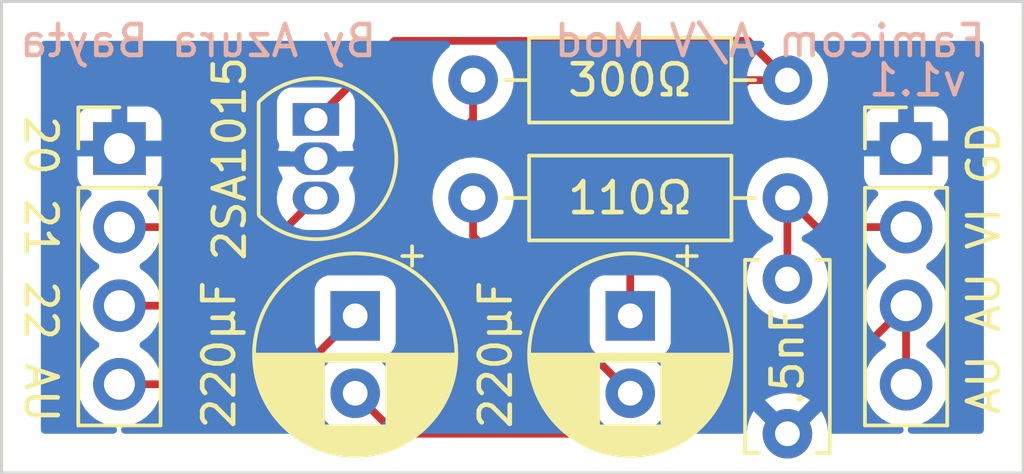
<source format=kicad_pcb>
(kicad_pcb (version 20211014) (generator pcbnew)
  (layers (0 "F.Cu" signal) (31 "B.Cu" signal) (34 "B.Paste" user) (35 "F.Paste" user) (36 "B.SilkS" user "B.Silkscreen") (37 "F.SilkS" user "F.Silkscreen") (38 "B.Mask" user) (39 "F.Mask" user) (44 "Edge.Cuts" user))
  (net 0 "")
  (net 1 "Net-(C1-Pad2)")
  (net 2 "Net-(C2-Pad2)")
  (net 3 "Net-(R2-Pad2)")
  (net 4 "Net-(C1-Pad1)")
  (net 5 "Net-(C2-Pad1)")
  (net 6 "Net-(J2-Pad1)")
  (net 7 "Net-(Q1-Pad3)")
  (net 8 "Net-(R1-Pad1)")
  (footprint "Capacitor_THT:C_Disc_D6.0mm_W2.5mm_P5.00mm" (layer "F.Cu") (at 110.49 60.96 90)
    (fp_text reference "REF**" hide)
    (fp_text value ".5nF" (at 2.5 0 90) (layer "F.SilkS"))
    (fp_line (start -0.62 -1.37) (end -0.62 -0.925) (layer "F.SilkS") (width 0.12))
    (fp_line (start -0.62 1.37) (end 5.62 1.37) (layer "F.SilkS") (width 0.12))
    (fp_line (start -0.62 -1.37) (end 5.62 -1.37) (layer "F.SilkS") (width 0.12))
    (fp_line (start 5.62 0.925) (end 5.62 1.37) (layer "F.SilkS") (width 0.12))
    (fp_line (start -0.62 0.925) (end -0.62 1.37) (layer "F.SilkS") (width 0.12))
    (fp_line (start 5.62 -1.37) (end 5.62 -0.925) (layer "F.SilkS") (width 0.12))
    (pad "1" thru_hole circle (at 0 0 90) (size 1.6 1.6) (drill 0.8) (layers *.Cu *.Mask) (net 6 "Net-(J2-Pad1)"))
    (pad "2" thru_hole circle (at 5 0 90) (size 1.6 1.6) (drill 0.8) (layers *.Cu *.Mask) (net 3 "Net-(R2-Pad2)"))
  )
  (footprint "Connector_PinHeader_2.54mm:PinHeader_1x04_P2.54mm_Vertical" (layer "F.Cu") (at 114.325 51.74)
    (fp_text reference "J2" hide)
    (fp_text value "Conn_01x04" hide)
    (fp_line (start -1.33 1.27) (end 1.33 1.27) (layer "F.SilkS") (width 0.12))
    (fp_line (start -1.33 0) (end -1.33 -1.33) (layer "F.SilkS") (width 0.12))
    (fp_line (start -1.33 8.95) (end 1.33 8.95) (layer "F.SilkS") (width 0.12))
    (fp_line (start -1.33 1.27) (end -1.33 8.95) (layer "F.SilkS") (width 0.12))
    (fp_line (start 1.33 1.27) (end 1.33 8.95) (layer "F.SilkS") (width 0.12))
    (fp_line (start -1.33 -1.33) (end 0 -1.33) (layer "F.SilkS") (width 0.12))
    (pad "1" thru_hole rect (at 0 0) (size 1.7 1.7) (drill 1) (layers *.Cu *.Mask) (net 6 "Net-(J2-Pad1)"))
    (pad "2" thru_hole oval (at 0 2.54) (size 1.7 1.7) (drill 1) (layers *.Cu *.Mask) (net 3 "Net-(R2-Pad2)"))
    (pad "3" thru_hole oval (at 0 5.08) (size 1.7 1.7) (drill 1) (layers *.Cu *.Mask) (net 2 "Net-(C2-Pad2)"))
    (pad "4" thru_hole oval (at 0 7.62) (size 1.7 1.7) (drill 1) (layers *.Cu *.Mask) (net 2 "Net-(C2-Pad2)"))
  )
  (footprint "Connector_PinHeader_2.54mm:PinHeader_1x04_P2.54mm_Vertical" (layer "F.Cu") (at 88.9 51.74)
    (fp_text reference "J1" hide)
    (fp_text value "Conn_01x04" hide)
    (fp_line (start -1.33 1.27) (end 1.33 1.27) (layer "F.SilkS") (width 0.12))
    (fp_line (start -1.33 -1.33) (end 0 -1.33) (layer "F.SilkS") (width 0.12))
    (fp_line (start -1.33 8.95) (end 1.33 8.95) (layer "F.SilkS") (width 0.12))
    (fp_line (start -1.33 0) (end -1.33 -1.33) (layer "F.SilkS") (width 0.12))
    (fp_line (start 1.33 1.27) (end 1.33 8.95) (layer "F.SilkS") (width 0.12))
    (fp_line (start -1.33 1.27) (end -1.33 8.95) (layer "F.SilkS") (width 0.12))
    (pad "1" thru_hole rect (at 0 0) (size 1.7 1.7) (drill 1) (layers *.Cu *.Mask) (net 6 "Net-(J2-Pad1)"))
    (pad "2" thru_hole oval (at 0 2.54) (size 1.7 1.7) (drill 1) (layers *.Cu *.Mask) (net 7 "Net-(Q1-Pad3)"))
    (pad "3" thru_hole oval (at 0 5.08) (size 1.7 1.7) (drill 1) (layers *.Cu *.Mask) (net 8 "Net-(R1-Pad1)"))
    (pad "4" thru_hole oval (at 0 7.62) (size 1.7 1.7) (drill 1) (layers *.Cu *.Mask) (net 5 "Net-(C2-Pad1)"))
  )
  (footprint "Package_TO_SOT_THT:TO-92_Inline" (layer "F.Cu") (at 95.25 50.8 -90)
    (fp_text reference "Q1" hide)
    (fp_text value "2SA1015" (at 1.27 2.79 90) (layer "F.SilkS"))
    (fp_line (start -0.53 1.85) (end 3.07 1.85) (layer "F.SilkS") (width 0.12))
    (fp_arc (start -0.568478 1.838478) (mid -1.132087 -0.994977) (end 1.27 -2.6) (layer "F.SilkS") (width 0.12))
    (fp_arc (start 1.27 -2.6) (mid 3.672087 -0.994977) (end 3.108478 1.838478) (layer "F.SilkS") (width 0.12))
    (pad "1" thru_hole rect (at 0 0 270) (size 1.05 1.5) (drill 0.75) (layers *.Cu *.Mask) (net 4 "Net-(C1-Pad1)"))
    (pad "2" thru_hole oval (at 1.27 0 270) (size 1.05 1.5) (drill 0.75) (layers *.Cu *.Mask) (net 6 "Net-(J2-Pad1)"))
    (pad "3" thru_hole oval (at 2.54 0 270) (size 1.05 1.5) (drill 0.75) (layers *.Cu *.Mask) (net 7 "Net-(Q1-Pad3)"))
  )
  (footprint "Resistor_THT:R_Axial_DIN0207_L6.3mm_D2.5mm_P10.16mm_Horizontal" (layer "F.Cu") (at 100.33 49.53)
    (fp_text reference "R1" hide)
    (fp_text value "300" hide)
    (fp_line (start 1.04 0) (end 1.81 0) (layer "F.SilkS") (width 0.12))
    (fp_line (start 8.35 -1.37) (end 1.81 -1.37) (layer "F.SilkS") (width 0.12))
    (fp_line (start 8.35 1.37) (end 8.35 -1.37) (layer "F.SilkS") (width 0.12))
    (fp_line (start 1.81 1.37) (end 8.35 1.37) (layer "F.SilkS") (width 0.12))
    (fp_line (start 1.81 -1.37) (end 1.81 1.37) (layer "F.SilkS") (width 0.12))
    (fp_line (start 9.12 0) (end 8.35 0) (layer "F.SilkS") (width 0.12))
    (pad "1" thru_hole circle (at 0 0) (size 1.6 1.6) (drill 0.8) (layers *.Cu *.Mask) (net 8 "Net-(R1-Pad1)"))
    (pad "2" thru_hole oval (at 10.16 0) (size 1.6 1.6) (drill 0.8) (layers *.Cu *.Mask) (net 4 "Net-(C1-Pad1)"))
  )
  (footprint "Resistor_THT:R_Axial_DIN0207_L6.3mm_D2.5mm_P10.16mm_Horizontal" (layer "F.Cu") (at 100.33 53.34)
    (fp_text reference "R2" hide)
    (fp_text value "110" hide)
    (fp_line (start 1.81 -1.37) (end 1.81 1.37) (layer "F.SilkS") (width 0.12))
    (fp_line (start 1.81 1.37) (end 8.35 1.37) (layer "F.SilkS") (width 0.12))
    (fp_line (start 1.04 0) (end 1.81 0) (layer "F.SilkS") (width 0.12))
    (fp_line (start 9.12 0) (end 8.35 0) (layer "F.SilkS") (width 0.12))
    (fp_line (start 8.35 1.37) (end 8.35 -1.37) (layer "F.SilkS") (width 0.12))
    (fp_line (start 8.35 -1.37) (end 1.81 -1.37) (layer "F.SilkS") (width 0.12))
    (pad "1" thru_hole circle (at 0 0) (size 1.6 1.6) (drill 0.8) (layers *.Cu *.Mask) (net 1 "Net-(C1-Pad2)"))
    (pad "2" thru_hole oval (at 10.16 0) (size 1.6 1.6) (drill 0.8) (layers *.Cu *.Mask) (net 3 "Net-(R2-Pad2)"))
  )
  (footprint "Capacitor_THT:CP_Radial_D6.3mm_P2.50mm" (layer "F.Cu") (at 96.52 57.15 -90)
    (fp_text reference "C2" hide)
    (fp_text value "220µF" (at 1.25 4.4 90) (layer "F.SilkS"))
    (fp_line (start 2.771 1.04) (end 2.771 2.856) (layer "F.SilkS") (width 0.12))
    (fp_line (start 1.33 -3.23) (end 1.33 3.23) (layer "F.SilkS") (width 0.12))
    (fp_line (start 3.931 -1.834) (end 3.931 1.834) (layer "F.SilkS") (width 0.12))
    (fp_line (start 1.49 -3.222) (end 1.49 -1.04) (layer "F.SilkS") (width 0.12))
    (fp_line (start 1.93 1.04) (end 1.93 3.159) (layer "F.SilkS") (width 0.12))
    (fp_line (start 2.451 -3.002) (end 2.451 -1.04) (layer "F.SilkS") (width 0.12))
    (fp_line (start 4.091 -1.581) (end 4.091 1.581) (layer "F.SilkS") (width 0.12))
    (fp_line (start 2.691 1.04) (end 2.691 2.896) (layer "F.SilkS") (width 0.12))
    (fp_line (start 2.891 1.04) (end 2.891 2.79) (layer "F.SilkS") (width 0.12))
    (fp_line (start 1.29 -3.23) (end 1.29 3.23) (layer "F.SilkS") (width 0.12))
    (fp_line (start 1.971 -3.15) (end 1.971 -1.04) (layer "F.SilkS") (width 0.12))
    (fp_line (start 3.011 1.04) (end 3.011 2.716) (layer "F.SilkS") (width 0.12))
    (fp_line (start 1.89 -3.167) (end 1.89 -1.04) (layer "F.SilkS") (width 0.12))
    (fp_line (start 2.411 -3.018) (end 2.411 -1.04) (layer "F.SilkS") (width 0.12))
    (fp_line (start 3.571 -2.265) (end 3.571 2.265) (layer "F.SilkS") (width 0.12))
    (fp_line (start 2.011 -3.141) (end 2.011 -1.04) (layer "F.SilkS") (width 0.12))
    (fp_line (start 2.091 1.04) (end 2.091 3.121) (layer "F.SilkS") (width 0.12))
    (fp_line (start 1.53 -3.218) (end 1.53 -1.04) (layer "F.SilkS") (width 0.12))
    (fp_line (start 1.89 1.04) (end 1.89 3.167) (layer "F.SilkS") (width 0.12))
    (fp_line (start 4.331 -1.059) (end 4.331 1.059) (layer "F.SilkS") (width 0.12))
    (fp_line (start 4.011 -1.714) (end 4.011 1.714) (layer "F.SilkS") (width 0.12))
    (fp_line (start 1.57 -3.215) (end 1.57 -1.04) (layer "F.SilkS") (width 0.12))
    (fp_line (start 2.491 -2.986) (end 2.491 -1.04) (layer "F.SilkS") (width 0.12))
    (fp_line (start 1.61 -3.211) (end 1.61 -1.04) (layer "F.SilkS") (width 0.12))
    (fp_line (start 1.69 1.04) (end 1.69 3.201) (layer "F.SilkS") (width 0.12))
    (fp_line (start 4.291 -1.165) (end 4.291 1.165) (layer "F.SilkS") (width 0.12))
    (fp_line (start 3.491 1.04) (end 3.491 2.343) (layer "F.SilkS") (width 0.12))
    (fp_line (start 2.451 1.04) (end 2.451 3.002) (layer "F.SilkS") (width 0.12))
    (fp_line (start 1.41 -3.227) (end 1.41 3.227) (layer "F.SilkS") (width 0.12))
    (fp_line (start 2.811 -2.834) (end 2.811 -1.04) (layer "F.SilkS") (width 0.12))
    (fp_line (start 1.25 -3.23) (end 1.25 3.23) (layer "F.SilkS") (width 0.12))
    (fp_line (start 2.651 1.04) (end 2.651 2.916) (layer "F.SilkS") (width 0.12))
    (fp_line (start 2.851 1.04) (end 2.851 2.812) (layer "F.SilkS") (width 0.12))
    (fp_line (start 2.771 -2.856) (end 2.771 -1.04) (layer "F.SilkS") (width 0.12))
    (fp_line (start 3.451 1.04) (end 3.451 2.38) (layer "F.SilkS") (width 0.12))
    (fp_line (start 2.971 -2.742) (end 2.971 -1.04) (layer "F.SilkS") (width 0.12))
    (fp_line (start 2.691 -2.896) (end 2.691 -1.04) (layer "F.SilkS") (width 0.12))
    (fp_line (start 3.211 -2.578) (end 3.211 -1.04) (layer "F.SilkS") (width 0.12))
    (fp_line (start 3.171 -2.607) (end 3.171 -1.04) (layer "F.SilkS") (width 0.12))
    (fp_line (start 4.491 -0.402) (end 4.491 0.402) (layer "F.SilkS") (width 0.12))
    (fp_line (start 4.051 -1.65) (end 4.051 1.65) (layer "F.SilkS") (width 0.12))
    (fp_line (start 4.251 -1.262) (end 4.251 1.262) (layer "F.SilkS") (width 0.12))
    (fp_line (start 2.131 -3.11) (end 2.131 -1.04) (layer "F.SilkS") (width 0.12))
    (fp_line (start 1.971 1.04) (end 1.971 3.15) (layer "F.SilkS") (width 0.12))
    (fp_line (start 3.131 -2.636) (end 3.131 -1.04) (layer "F.SilkS") (width 0.12))
    (fp_line (start 2.211 1.04) (end 2.211 3.086) (layer "F.SilkS") (width 0.12))
    (fp_line (start 2.331 1.04) (end 2.331 3.047) (layer "F.SilkS") (width 0.12))
    (fp_line (start 2.091 -3.121) (end 2.091 -1.04) (layer "F.SilkS") (width 0.12))
    (fp_line (start 3.051 1.04) (end 3.051 2.69) (layer "F.SilkS") (width 0.12))
    (fp_line (start 2.051 -3.131) (end 2.051 -1.04) (layer "F.SilkS") (width 0.12))
    (fp_line (start 3.171 1.04) (end 3.171 2.607) (layer "F.SilkS") (width 0.12))
    (fp_line (start 2.371 -3.033) (end 2.371 -1.04) (layer "F.SilkS") (width 0.12))
    (fp_line (start 2.251 -3.074) (end 2.251 -1.04) (layer "F.SilkS") (width 0.12))
    (fp_line (start 3.731 -2.092) (end 3.731 2.092) (layer "F.SilkS") (width 0.12))
    (fp_line (start 3.051 -2.69) (end 3.051 -1.04) (layer "F.SilkS") (width 0.12))
    (fp_line (start 3.291 1.04) (end 3.291 2.516) (layer "F.SilkS") (width 0.12))
    (fp_line (start 3.531 -2.305) (end 3.531 -1.04) (layer "F.SilkS") (width 0.12))
    (fp_line (start 3.331 1.04) (end 3.331 2.484) (layer "F.SilkS") (width 0.12))
    (fp_line (start 3.371 -2.45) (end 3.371 -1.04) (layer "F.SilkS") (width 0.12))
    (fp_line (start 4.411 -0.802) (end 4.411 0.802) (layer "F.SilkS") (width 0.12))
    (fp_line (start 3.691 -2.137) (end 3.691 2.137) (layer "F.SilkS") (width 0.12))
    (fp_line (start 3.091 1.04) (end 3.091 2.664) (layer "F.SilkS") (width 0.12))
    (fp_line (start 1.45 -3.224) (end 1.45 3.224) (layer "F.SilkS") (width 0.12))
    (fp_line (start 3.811 -1.995) (end 3.811 1.995) (layer "F.SilkS") (width 0.12))
    (fp_line (start -2.250241 -1.839) (end -1.620241 -1.839) (layer "F.SilkS") (width 0.12))
    (fp_line (start 1.57 1.04) (end 1.57 3.215) (layer "F.SilkS") (width 0.12))
    (fp_line (start 2.891 -2.79) (end 2.891 -1.04) (layer "F.SilkS") (width 0.12))
    (fp_line (start 4.451 -0.633) (end 4.451 0.633) (layer "F.SilkS") (width 0.12))
    (fp_line (start 2.411 1.04) (end 2.411 3.018) (layer "F.SilkS") (width 0.12))
    (fp_line (start 1.65 1.04) (end 1.65 3.206) (layer "F.SilkS") (width 0.12))
    (fp_line (start 1.85 -3.175) (end 1.85 -1.04) (layer "F.SilkS") (width 0.12))
    (fp_line (start 1.61 1.04) (end 1.61 3.211) (layer "F.SilkS") (width 0.12))
    (fp_line (start 2.811 1.04) (end 2.811 2.834) (layer "F.SilkS") (width 0.12))
    (fp_line (start 3.451 -2.38) (end 3.451 -1.04) (layer "F.SilkS") (width 0.12))
    (fp_line (start 2.531 -2.97) (end 2.531 -1.04) (layer "F.SilkS") (width 0.12))
    (fp_line (start 2.011 1.04) (end 2.011 3.141) (layer "F.SilkS") (width 0.12))
    (fp_line (start 3.011 -2.716) (end 3.011 -1.04) (layer "F.SilkS") (width 0.12))
    (fp_line (start 3.971 -1.776) (end 3.971 1.776) (layer "F.SilkS") (width 0.12))
    (fp_line (start 1.77 1.04) (end 1.77 3.189) (layer "F.SilkS") (width 0.12))
    (fp_line (start 3.651 -2.182) (end 3.651 2.182) (layer "F.SilkS") (width 0.12))
    (fp_line (start 3.091 -2.664) (end 3.091 -1.04) (layer "F.SilkS") (width 0.12))
    (fp_line (start 1.37 -3.228) (end 1.37 3.228) (layer "F.SilkS") (width 0.12))
    (fp_line (start 3.851 -1.944) (end 3.851 1.944) (layer "F.SilkS") (width 0.12))
    (fp_line (start 3.251 -2.548) (end 3.251 -1.04) (layer "F.SilkS") (width 0.12))
    (fp_line (start 3.411 -2.416) (end 3.411 -1.04) (layer "F.SilkS") (width 0.12))
    (fp_line (start 2.131 1.04) (end 2.131 3.11) (layer "F.SilkS") (width 0.12))
    (fp_line (start 2.171 -3.098) (end 2.171 -1.04) (layer "F.SilkS") (width 0.12))
    (fp_line (start 2.931 -2.766) (end 2.931 -1.04) (layer "F.SilkS") (width 0.12))
    (fp_line (start 2.731 -2.876) (end 2.731 -1.04) (layer "F.SilkS") (width 0.12))
    (fp_line (start 3.331 -2.484) (end 3.331 -1.04) (layer "F.SilkS") (width 0.12))
    (fp_line (start -1.935241 -2.154) (end -1.935241 -1.524) (layer "F.SilkS") (width 0.12))
    (fp_line (start 2.491 1.04) (end 2.491 2.986) (layer "F.SilkS") (width 0.12))
    (fp_line (start 1.69 -3.201) (end 1.69 -1.04) (layer "F.SilkS") (width 0.12))
    (fp_line (start 1.73 -3.195) (end 1.73 -1.04) (layer "F.SilkS") (width 0.12))
    (fp_line (start 3.891 -1.89) (end 3.891 1.89) (layer "F.SilkS") (width 0.12))
    (fp_line (start 4.171 -1.432) (end 4.171 1.432) (layer "F.SilkS") (width 0.12))
    (fp_line (start 1.77 -3.189) (end 1.77 -1.04) (layer "F.SilkS") (width 0.12))
    (fp_line (start 2.611 1.04) (end 2.611 2.934) (layer "F.SilkS") (width 0.12))
    (fp_line (start 2.051 1.04) (end 2.051 3.131) (layer "F.SilkS") (width 0.12))
    (fp_line (start 2.731 1.04) (end 2.731 2.876) (layer "F.SilkS") (width 0.12))
    (fp_line (start 2.611 -2.934) (end 2.611 -1.04) (layer "F.SilkS") (width 0.12))
    (fp_line (start 4.131 -1.509) (end 4.131 1.509) (layer "F.SilkS") (width 0.12))
    (fp_line (start 3.611 -2.224) (end 3.611 2.224) (layer "F.SilkS") (width 0.12))
    (fp_line (start 2.211 -3.086) (end 2.211 -1.04) (layer "F.SilkS") (width 0.12))
    (fp_line (start 2.931 1.04) (end 2.931 2.766) (layer "F.SilkS") (width 0.12))
    (fp_line (start 3.211 1.04) (end 3.211 2.578) (layer "F.SilkS") (width 0.12))
    (fp_line (start 1.93 -3.159) (end 1.93 -1.04) (layer "F.SilkS") (width 0.12))
    (fp_line (start 3.491 -2.343) (end 3.491 -1.04) (layer "F.SilkS") (width 0.12))
    (fp_line (start 2.851 -2.812) (end 2.851 -1.04) (layer "F.SilkS") (width 0.12))
    (fp_line (start 3.771 -2.044) (end 3.771 2.044) (layer "F.SilkS") (width 0.12))
    (fp_line (start 1.81 -3.182) (end 1.81 -1.04) (layer "F.SilkS") (width 0.12))
    (fp_line (start 3.291 -2.516) (end 3.291 -1.04) (layer "F.SilkS") (width 0.12))
    (fp_line (start 3.531 1.04) (end 3.531 2.305) (layer "F.SilkS") (width 0.12))
    (fp_line (start 3.251 1.04) (end 3.251 2.548) (layer "F.SilkS") (width 0.12))
    (fp_line (start 4.211 -1.35) (end 4.211 1.35) (layer "F.SilkS") (width 0.12))
    (fp_line (start 2.291 1.04) (end 2.291 3.061) (layer "F.SilkS") (width 0.12))
    (fp_line (start 1.65 -3.206) (end 1.65 -1.04) (layer "F.SilkS") (width 0.12))
    (fp_line (start 2.971 1.04) (end 2.971 2.742) (layer "F.SilkS") (width 0.12))
    (fp_line (start 2.171 1.04) (end 2.171 3.098) (layer "F.SilkS") (width 0.12))
    (fp_line (start 2.571 -2.952) (end 2.571 -1.04) (layer "F.SilkS") (width 0.12))
    (fp_line (start 2.651 -2.916) (end 2.651 -1.04) (layer "F.SilkS") (width 0.12))
    (fp_line (start 2.331 -3.047) (end 2.331 -1.04) (layer "F.SilkS") (width 0.12))
    (fp_line (start 3.371 1.04) (end 3.371 2.45) (layer "F.SilkS") (width 0.12))
    (fp_line (start 1.85 1.04) (end 1.85 3.175) (layer "F.SilkS") (width 0.12))
    (fp_line (start 3.411 1.04) (end 3.411 2.416) (layer "F.SilkS") (width 0.12))
    (fp_line (start 3.131 1.04) (end 3.131 2.636) (layer "F.SilkS") (width 0.12))
    (fp_line (start 2.251 1.04) (end 2.251 3.074) (layer "F.SilkS") (width 0.12))
    (fp_line (start 1.49 1.04) (end 1.49 3.222) (layer "F.SilkS") (width 0.12))
    (fp_line (start 2.371 1.04) (end 2.371 3.033) (layer "F.SilkS") (width 0.12))
    (fp_line (start 2.291 -3.061) (end 2.291 -1.04) (layer "F.SilkS") (width 0.12))
    (fp_line (start 4.371 -0.94) (end 4.371 0.94) (layer "F.SilkS") (width 0.12))
    (fp_line (start 1.53 1.04) (end 1.53 3.218) (layer "F.SilkS") (width 0.12))
    (fp_line (start 2.571 1.04) (end 2.571 2.952) (layer "F.SilkS") (width 0.12))
    (fp_line (start 2.531 1.04) (end 2.531 2.97) (layer "F.SilkS") (width 0.12))
    (fp_line (start 1.73 1.04) (end 1.73 3.195) (layer "F.SilkS") (width 0.12))
    (fp_line (start 1.81 1.04) (end 1.81 3.182) (layer "F.SilkS") (width 0.12))
    (fp_circle (center 1.25 0) (end 4.52 0) (layer "F.SilkS") (width 0.12) (fill none))
    (pad "1" thru_hole rect (at 0 0 270) (size 1.6 1.6) (drill 0.8) (layers *.Cu *.Mask) (net 5 "Net-(C2-Pad1)"))
    (pad "2" thru_hole circle (at 2.5 0 270) (size 1.6 1.6) (drill 0.8) (layers *.Cu *.Mask) (net 2 "Net-(C2-Pad2)"))
  )
  (footprint "Capacitor_THT:CP_Radial_D6.3mm_P2.50mm" (layer "F.Cu") (at 105.41 57.15 -90)
    (fp_text reference "C1" hide)
    (fp_text value "220µF" (at 1.25 4.35 90) (layer "F.SilkS"))
    (fp_line (start 2.971 -2.742) (end 2.971 -1.04) (layer "F.SilkS") (width 0.12))
    (fp_line (start 4.131 -1.509) (end 4.131 1.509) (layer "F.SilkS") (width 0.12))
    (fp_line (start 1.69 -3.201) (end 1.69 -1.04) (layer "F.SilkS") (width 0.12))
    (fp_line (start 3.291 -2.516) (end 3.291 -1.04) (layer "F.SilkS") (width 0.12))
    (fp_line (start 4.411 -0.802) (end 4.411 0.802) (layer "F.SilkS") (width 0.12))
    (fp_line (start 1.41 -3.227) (end 1.41 3.227) (layer "F.SilkS") (width 0.12))
    (fp_line (start 1.49 1.04) (end 1.49 3.222) (layer "F.SilkS") (width 0.12))
    (fp_line (start 3.611 -2.224) (end 3.611 2.224) (layer "F.SilkS") (width 0.12))
    (fp_line (start 2.531 1.04) (end 2.531 2.97) (layer "F.SilkS") (width 0.12))
    (fp_line (start 4.451 -0.633) (end 4.451 0.633) (layer "F.SilkS") (width 0.12))
    (fp_line (start 4.211 -1.35) (end 4.211 1.35) (layer "F.SilkS") (width 0.12))
    (fp_line (start 4.091 -1.581) (end 4.091 1.581) (layer "F.SilkS") (width 0.12))
    (fp_line (start 3.971 -1.776) (end 3.971 1.776) (layer "F.SilkS") (width 0.12))
    (fp_line (start 3.771 -2.044) (end 3.771 2.044) (layer "F.SilkS") (width 0.12))
    (fp_line (start 2.491 1.04) (end 2.491 2.986) (layer "F.SilkS") (width 0.12))
    (fp_line (start 2.651 1.04) (end 2.651 2.916) (layer "F.SilkS") (width 0.12))
    (fp_line (start 2.811 1.04) (end 2.811 2.834) (layer "F.SilkS") (width 0.12))
    (fp_line (start 3.651 -2.182) (end 3.651 2.182) (layer "F.SilkS") (width 0.12))
    (fp_line (start 2.531 -2.97) (end 2.531 -1.04) (layer "F.SilkS") (width 0.12))
    (fp_line (start 2.851 -2.812) (end 2.851 -1.04) (layer "F.SilkS") (width 0.12))
    (fp_line (start 2.891 -2.79) (end 2.891 -1.04) (layer "F.SilkS") (width 0.12))
    (fp_line (start 2.451 1.04) (end 2.451 3.002) (layer "F.SilkS") (width 0.12))
    (fp_line (start 1.37 -3.228) (end 1.37 3.228) (layer "F.SilkS") (width 0.12))
    (fp_line (start 2.331 -3.047) (end 2.331 -1.04) (layer "F.SilkS") (width 0.12))
    (fp_line (start 1.93 -3.159) (end 1.93 -1.04) (layer "F.SilkS") (width 0.12))
    (fp_line (start 2.771 -2.856) (end 2.771 -1.04) (layer "F.SilkS") (width 0.12))
    (fp_line (start 1.33 -3.23) (end 1.33 3.23) (layer "F.SilkS") (width 0.12))
    (fp_line (start 3.171 -2.607) (end 3.171 -1.04) (layer "F.SilkS") (width 0.12))
    (fp_line (start 2.771 1.04) (end 2.771 2.856) (layer "F.SilkS") (width 0.12))
    (fp_line (start 2.411 1.04) (end 2.411 3.018) (layer "F.SilkS") (width 0.12))
    (fp_line (start 1.81 -3.182) (end 1.81 -1.04) (layer "F.SilkS") (width 0.12))
    (fp_line (start 1.73 -3.195) (end 1.73 -1.04) (layer "F.SilkS") (width 0.12))
    (fp_line (start 2.131 1.04) (end 2.131 3.11) (layer "F.SilkS") (width 0.12))
    (fp_line (start 2.451 -3.002) (end 2.451 -1.04) (layer "F.SilkS") (width 0.12))
    (fp_line (start 3.891 -1.89) (end 3.891 1.89) (layer "F.SilkS") (width 0.12))
    (fp_line (start 1.73 1.04) (end 1.73 3.195) (layer "F.SilkS") (width 0.12))
    (fp_line (start 3.291 1.04) (end 3.291 2.516) (layer "F.SilkS") (width 0.12))
    (fp_line (start 1.53 -3.218) (end 1.53 -1.04) (layer "F.SilkS") (width 0.12))
    (fp_line (start 2.291 1.04) (end 2.291 3.061) (layer "F.SilkS") (width 0.12))
    (fp_line (start 3.091 1.04) (end 3.091 2.664) (layer "F.SilkS") (width 0.12))
    (fp_line (start 2.051 1.04) (end 2.051 3.131) (layer "F.SilkS") (width 0.12))
    (fp_line (start 1.971 -3.15) (end 1.971 -1.04) (layer "F.SilkS") (width 0.12))
    (fp_line (start 4.491 -0.402) (end 4.491 0.402) (layer "F.SilkS") (width 0.12))
    (fp_line (start 1.25 -3.23) (end 1.25 3.23) (layer "F.SilkS") (width 0.12))
    (fp_line (start 3.131 -2.636) (end 3.131 -1.04) (layer "F.SilkS") (width 0.12))
    (fp_line (start 2.251 1.04) (end 2.251 3.074) (layer "F.SilkS") (width 0.12))
    (fp_line (start 1.85 1.04) (end 1.85 3.175) (layer "F.SilkS") (width 0.12))
    (fp_line (start 3.491 1.04) (end 3.491 2.343) (layer "F.SilkS") (width 0.12))
    (fp_line (start 3.331 -2.484) (end 3.331 -1.04) (layer "F.SilkS") (width 0.12))
    (fp_line (start 2.731 1.04) (end 2.731 2.876) (layer "F.SilkS") (width 0.12))
    (fp_line (start 3.051 1.04) (end 3.051 2.69) (layer "F.SilkS") (width 0.12))
    (fp_line (start 2.211 1.04) (end 2.211 3.086) (layer "F.SilkS") (width 0.12))
    (fp_line (start 4.291 -1.165) (end 4.291 1.165) (layer "F.SilkS") (width 0.12))
    (fp_line (start 3.531 -2.305) (end 3.531 -1.04) (layer "F.SilkS") (width 0.12))
    (fp_line (start 4.371 -0.94) (end 4.371 0.94) (layer "F.SilkS") (width 0.12))
    (fp_line (start 2.571 1.04) (end 2.571 2.952) (layer "F.SilkS") (width 0.12))
    (fp_line (start 1.971 1.04) (end 1.971 3.15) (layer "F.SilkS") (width 0.12))
    (fp_line (start 1.93 1.04) (end 1.93 3.159) (layer "F.SilkS") (width 0.12))
    (fp_line (start 3.491 -2.343) (end 3.491 -1.04) (layer "F.SilkS") (width 0.12))
    (fp_line (start 1.61 1.04) (end 1.61 3.211) (layer "F.SilkS") (width 0.12))
    (fp_line (start 2.731 -2.876) (end 2.731 -1.04) (layer "F.SilkS") (width 0.12))
    (fp_line (start 1.57 -3.215) (end 1.57 -1.04) (layer "F.SilkS") (width 0.12))
    (fp_line (start 2.011 -3.141) (end 2.011 -1.04) (layer "F.SilkS") (width 0.12))
    (fp_line (start 3.251 1.04) (end 3.251 2.548) (layer "F.SilkS") (width 0.12))
    (fp_line (start 1.53 1.04) (end 1.53 3.218) (layer "F.SilkS") (width 0.12))
    (fp_line (start 3.731 -2.092) (end 3.731 2.092) (layer "F.SilkS") (width 0.12))
    (fp_line (start 2.611 1.04) (end 2.611 2.934) (layer "F.SilkS") (width 0.12))
    (fp_line (start 2.371 -3.033) (end 2.371 -1.04) (layer "F.SilkS") (width 0.12))
    (fp_line (start 4.171 -1.432) (end 4.171 1.432) (layer "F.SilkS") (width 0.12))
    (fp_line (start 1.49 -3.222) (end 1.49 -1.04) (layer "F.SilkS") (width 0.12))
    (fp_line (start 1.65 -3.206) (end 1.65 -1.04) (layer "F.SilkS") (width 0.12))
    (fp_line (start 3.211 1.04) (end 3.211 2.578) (layer "F.SilkS") (width 0.12))
    (fp_line (start 1.69 1.04) (end 1.69 3.201) (layer "F.SilkS") (width 0.12))
    (fp_line (start 3.411 1.04) (end 3.411 2.416) (layer "F.SilkS") (width 0.12))
    (fp_line (start 2.171 1.04) (end 2.171 3.098) (layer "F.SilkS") (width 0.12))
    (fp_line (start 2.891 1.04) (end 2.891 2.79) (layer "F.SilkS") (width 0.12))
    (fp_line (start 3.451 -2.38) (end 3.451 -1.04) (layer "F.SilkS") (width 0.12))
    (fp_line (start 2.971 1.04) (end 2.971 2.742) (layer "F.SilkS") (width 0.12))
    (fp_line (start 2.571 -2.952) (end 2.571 -1.04) (layer "F.SilkS") (width 0.12))
    (fp_line (start 1.61 -3.211) (end 1.61 -1.04) (layer "F.SilkS") (width 0.12))
    (fp_line (start 1.77 -3.189) (end 1.77 -1.04) (layer "F.SilkS") (width 0.12))
    (fp_line (start 2.091 1.04) (end 2.091 3.121) (layer "F.SilkS") (width 0.12))
    (fp_line (start 2.611 -2.934) (end 2.611 -1.04) (layer "F.SilkS") (width 0.12))
    (fp_line (start 3.011 -2.716) (end 3.011 -1.04) (layer "F.SilkS") (width 0.12))
    (fp_line (start 1.45 -3.224) (end 1.45 3.224) (layer "F.SilkS") (width 0.12))
    (fp_line (start 2.211 -3.086) (end 2.211 -1.04) (layer "F.SilkS") (width 0.12))
    (fp_line (start 2.411 -3.018) (end 2.411 -1.04) (layer "F.SilkS") (width 0.12))
    (fp_line (start 2.931 -2.766) (end 2.931 -1.04) (layer "F.SilkS") (width 0.12))
    (fp_line (start 4.331 -1.059) (end 4.331 1.059) (layer "F.SilkS") (width 0.12))
    (fp_line (start 3.531 1.04) (end 3.531 2.305) (layer "F.SilkS") (width 0.12))
    (fp_line (start 2.331 1.04) (end 2.331 3.047) (layer "F.SilkS") (width 0.12))
    (fp_line (start 3.171 1.04) (end 3.171 2.607) (layer "F.SilkS") (width 0.12))
    (fp_line (start 3.931 -1.834) (end 3.931 1.834) (layer "F.SilkS") (width 0.12))
    (fp_line (start 3.851 -1.944) (end 3.851 1.944) (layer "F.SilkS") (width 0.12))
    (fp_line (start 3.371 -2.45) (end 3.371 -1.04) (layer "F.SilkS") (width 0.12))
    (fp_line (start 4.051 -1.65) (end 4.051 1.65) (layer "F.SilkS") (width 0.12))
    (fp_line (start 2.091 -3.121) (end 2.091 -1.04) (layer "F.SilkS") (width 0.12))
    (fp_line (start 3.811 -1.995) (end 3.811 1.995) (layer "F.SilkS") (width 0.12))
    (fp_line (start 1.85 -3.175) (end 1.85 -1.04) (layer "F.SilkS") (width 0.12))
    (fp_line (start 3.571 -2.265) (end 3.571 2.265) (layer "F.SilkS") (width 0.12))
    (fp_line (start 1.81 1.04) (end 1.81 3.182) (layer "F.SilkS") (width 0.12))
    (fp_line (start 2.291 -3.061) (end 2.291 -1.04) (layer "F.SilkS") (width 0.12))
    (fp_line (start 2.371 1.04) (end 2.371 3.033) (layer "F.SilkS") (width 0.12))
    (fp_line (start 3.691 -2.137) (end 3.691 2.137) (layer "F.SilkS") (width 0.12))
    (fp_line (start -2.250241 -1.839) (end -1.620241 -1.839) (layer "F.SilkS") (width 0.12))
    (fp_line (start 1.29 -3.23) (end 1.29 3.23) (layer "F.SilkS") (width 0.12))
    (fp_line (start 3.411 -2.416) (end 3.411 -1.04) (layer "F.SilkS") (width 0.12))
    (fp_line (start 2.491 -2.986) (end 2.491 -1.04) (layer "F.SilkS") (width 0.12))
    (fp_line (start 2.171 -3.098) (end 2.171 -1.04) (layer "F.SilkS") (width 0.12))
    (fp_line (start 1.77 1.04) (end 1.77 3.189) (layer "F.SilkS") (width 0.12))
    (fp_line (start 3.211 -2.578) (end 3.211 -1.04) (layer "F.SilkS") (width 0.12))
    (fp_line (start 2.811 -2.834) (end 2.811 -1.04) (layer "F.SilkS") (width 0.12))
    (fp_line (start 3.131 1.04) (end 3.131 2.636) (layer "F.SilkS") (width 0.12))
    (fp_line (start 3.011 1.04) (end 3.011 2.716) (layer "F.SilkS") (width 0.12))
    (fp_line (start 2.851 1.04) (end 2.851 2.812) (layer "F.SilkS") (width 0.12))
    (fp_line (start 1.89 1.04) (end 1.89 3.167) (layer "F.SilkS") (width 0.12))
    (fp_line (start 2.931 1.04) (end 2.931 2.766) (layer "F.SilkS") (width 0.12))
    (fp_line (start 2.011 1.04) (end 2.011 3.141) (layer "F.SilkS") (width 0.12))
    (fp_line (start -1.935241 -2.154) (end -1.935241 -1.524) (layer "F.SilkS") (width 0.12))
    (fp_line (start 3.371 1.04) (end 3.371 2.45) (layer "F.SilkS") (width 0.12))
    (fp_line (start 4.011 -1.714) (end 4.011 1.714) (layer "F.SilkS") (width 0.12))
    (fp_line (start 3.331 1.04) (end 3.331 2.484) (layer "F.SilkS") (width 0.12))
    (fp_line (start 4.251 -1.262) (end 4.251 1.262) (layer "F.SilkS") (width 0.12))
    (fp_line (start 3.451 1.04) (end 3.451 2.38) (layer "F.SilkS") (width 0.12))
    (fp_line (start 3.051 -2.69) (end 3.051 -1.04) (layer "F.SilkS") (width 0.12))
    (fp_line (start 2.691 -2.896) (end 2.691 -1.04) (layer "F.SilkS") (width 0.12))
    (fp_line (start 2.051 -3.131) (end 2.051 -1.04) (layer "F.SilkS") (width 0.12))
    (fp_line (start 3.091 -2.664) (end 3.091 -1.04) (layer "F.SilkS") (width 0.12))
    (fp_line (start 2.651 -2.916) (end 2.651 -1.04) (layer "F.SilkS") (width 0.12))
    (fp_line (start 2.691 1.04) (end 2.691 2.896) (layer "F.SilkS") (width 0.12))
    (fp_line (start 3.251 -2.548) (end 3.251 -1.04) (layer "F.SilkS") (width 0.12))
    (fp_line (start 2.131 -3.11) (end 2.131 -1.04) (layer "F.SilkS") (width 0.12))
    (fp_line (start 1.57 1.04) (end 1.57 3.215) (layer "F.SilkS") (width 0.12))
    (fp_line (start 1.65 1.04) (end 1.65 3.206) (layer "F.SilkS") (width 0.12))
    (fp_line (start 1.89 -3.167) (end 1.89 -1.04) (layer "F.SilkS") (width 0.12))
    (fp_line (start 2.251 -3.074) (end 2.251 -1.04) (layer "F.SilkS") (width 0.12))
    (fp_circle (center 1.25 0) (end 4.52 0) (layer "F.SilkS") (width 0.12) (fill none))
    (pad "1" thru_hole rect (at 0 0 270) (size 1.6 1.6) (drill 0.8) (layers *.Cu *.Mask) (net 4 "Net-(C1-Pad1)"))
    (pad "2" thru_hole circle (at 2.5 0 270) (size 1.6 1.6) (drill 0.8) (layers *.Cu *.Mask) (net 1 "Net-(C1-Pad2)"))
  )
  (gr_rect (start 118.11 62.23) (end 85.09 46.99) (layer "Edge.Cuts") (width 0.1) (fill none))
  (gr_text "Famicom A/V Mod" (at 102.87 48.26) (layer "B.SilkS") (effects (font (size 1 1)) (justify right mirror)))
  (gr_text "By Azura Bayta" (at 91.44 48.26) (layer "B.SilkS") (effects (font (size 1 1)) (justify mirror)))
  (gr_text "v1.1" (at 113.03 49.53) (layer "B.SilkS") (effects (font (size 1 1)) (justify right mirror)))
  (gr_text "AU AU VI GD" (at 116.84 50.8 90) (layer "F.SilkS") (effects (font (size 1 1)) (justify right)))
  (gr_text "110Ω" (at 105.41 53.34) (layer "F.SilkS") (effects (font (size 1 1))))
  (gr_text "300Ω" (at 105.41 49.53) (layer "F.SilkS") (effects (font (size 1 1))))
  (gr_text "20 21 22 AU" (at 86.36 60.69 -90) (layer "F.SilkS") (effects (font (size 1 1)) (justify right)))
  (segment (start 100.33 54.57) (end 100.33 53.34) (width 0.25) (layer "F.Cu") (net 1))
  (segment (start 105.41 59.65) (end 100.33 54.57) (width 0.25) (layer "F.Cu") (net 1))
  (segment (start 106.68 60.96) (end 109.22 58.42) (width 0.25) (layer "F.Cu") (net 2))
  (segment (start 109.22 58.42) (end 112.725 58.42) (width 0.25) (layer "F.Cu") (net 2))
  (segment (start 97.79 60.92) (end 97.79 60.96) (width 0.25) (layer "F.Cu") (net 2))
  (segment (start 97.79 60.96) (end 106.68 60.96) (width 0.25) (layer "F.Cu") (net 2))
  (segment (start 114.325 59.36) (end 114.325 56.82) (width 0.25) (layer "F.Cu") (net 2))
  (segment (start 96.52 59.65) (end 97.79 60.92) (width 0.25) (layer "F.Cu") (net 2))
  (segment (start 112.725 58.42) (end 114.325 56.82) (width 0.25) (layer "F.Cu") (net 2))
  (segment (start 110.49 55.96) (end 110.49 53.34) (width 0.25) (layer "F.Cu") (net 3))
  (segment (start 111.43 54.28) (end 110.49 53.34) (width 0.25) (layer "F.Cu") (net 3))
  (segment (start 114.325 54.28) (end 111.43 54.28) (width 0.25) (layer "F.Cu") (net 3))
  (segment (start 105.41 57.15) (end 105.41 53.34) (width 0.25) (layer "F.Cu") (net 4))
  (segment (start 109.22 48.26) (end 110.49 49.53) (width 0.25) (layer "F.Cu") (net 4))
  (segment (start 105.41 53.34) (end 109.22 49.53) (width 0.25) (layer "F.Cu") (net 4))
  (segment (start 97.79 48.26) (end 109.22 48.26) (width 0.25) (layer "F.Cu") (net 4))
  (segment (start 109.22 49.53) (end 110.49 49.53) (width 0.25) (layer "F.Cu") (net 4))
  (segment (start 95.25 50.8) (end 97.79 48.26) (width 0.25) (layer "F.Cu") (net 4))
  (segment (start 94.31 59.36) (end 88.9 59.36) (width 0.25) (layer "F.Cu") (net 5))
  (segment (start 94.31 59.36) (end 96.52 57.15) (width 0.25) (layer "F.Cu") (net 5))
  (segment (start 94.31 54.28) (end 95.25 53.34) (width 0.25) (layer "F.Cu") (net 7))
  (segment (start 94.31 54.28) (end 88.9 54.28) (width 0.25) (layer "F.Cu") (net 7))
  (segment (start 100.33 50.8) (end 100.33 49.98) (width 0.25) (layer "F.Cu") (net 8))
  (segment (start 94.31 56.82) (end 100.33 50.8) (width 0.25) (layer "F.Cu") (net 8))
  (segment (start 94.31 56.82) (end 88.9 56.82) (width 0.25) (layer "F.Cu") (net 8))
  (zone (net 6) (net_name "Net-(J2-Pad1)") (layer "B.Cu") (connect_pads (clearance 0.508)) (min_thickness 0.254) (fill yes (thermal_gap 0.508) (thermal_bridge_width 0.508))
    (polygon (pts (xy 116.84 60.96) (xy 86.36 60.96) (xy 86.36 48.26) (xy 116.84 48.26)))
  )
)
</source>
